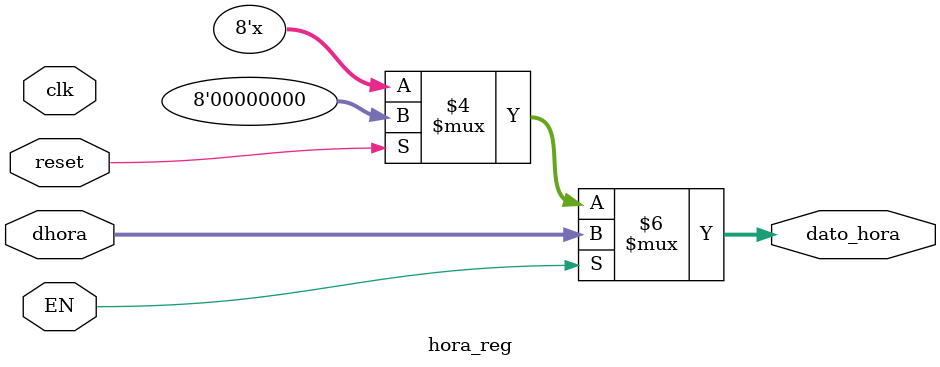
<source format=v>
`timescale 1ns / 1ps
module hora_reg(
input wire clk,reset,
input wire [7:0] dhora,
input wire EN,
output reg [7:0]dato_hora
    );
initial begin 

dato_hora=8'b0;

end

always@* begin     //posiblemente tengamos que cambiar a @*
if (reset)
dato_hora<=0;
if(EN==1)
dato_hora<=dhora;
end
endmodule

</source>
